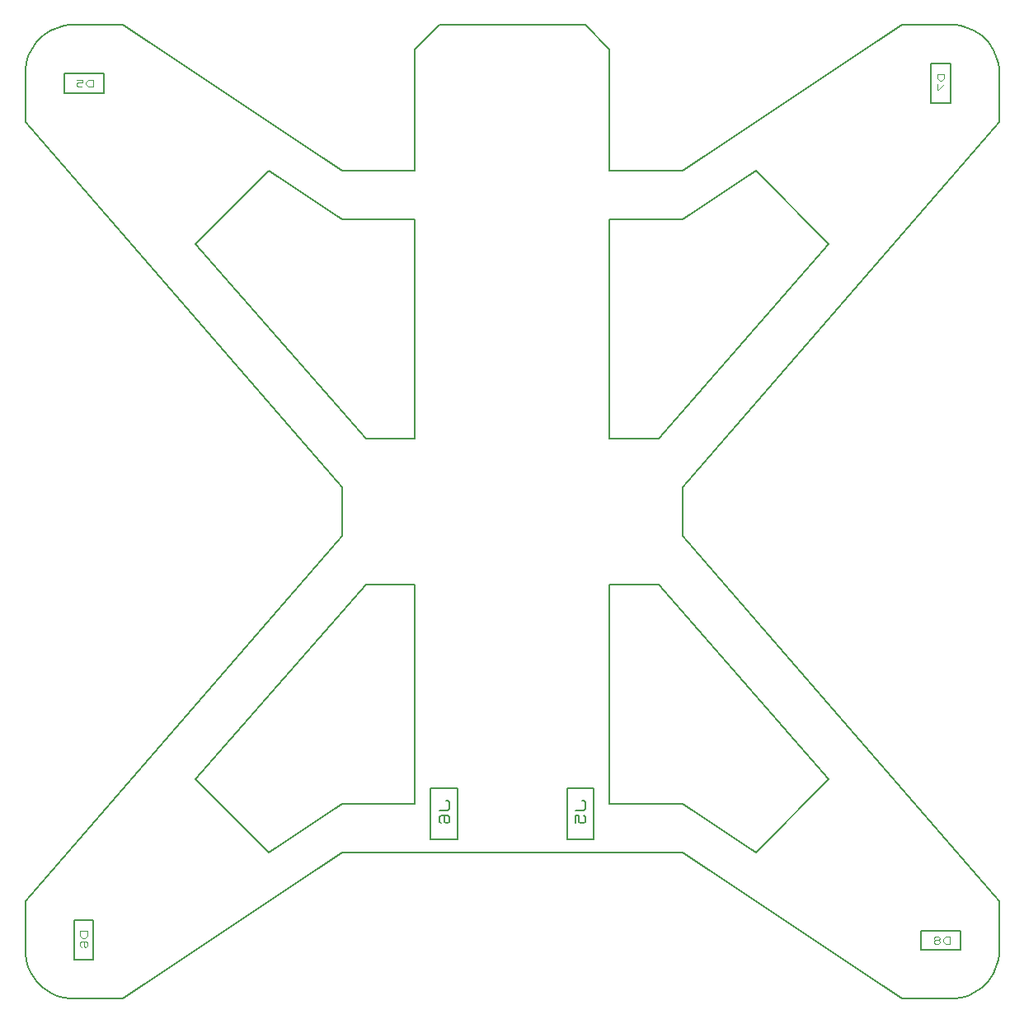
<source format=gbr>
G04 PROTEUS RS274X GERBER FILE*
%FSLAX45Y45*%
%MOMM*%
G01*
%ADD73C,0.203200*%
%ADD75C,0.118870*%
%ADD65C,0.164590*%
D73*
X-4499060Y-4604450D02*
X-4300940Y-4604450D01*
X-4300940Y-4195550D01*
X-4499060Y-4195550D01*
X-4499060Y-4604450D01*
D75*
X-4364338Y-4304903D02*
X-4435661Y-4304903D01*
X-4435661Y-4352451D01*
X-4411887Y-4376225D01*
X-4388112Y-4376225D01*
X-4364338Y-4352451D01*
X-4364338Y-4304903D01*
X-4423774Y-4471322D02*
X-4435661Y-4459435D01*
X-4435661Y-4423774D01*
X-4423774Y-4411887D01*
X-4376225Y-4411887D01*
X-4364338Y-4423774D01*
X-4364338Y-4459435D01*
X-4376225Y-4471322D01*
X-4388112Y-4471322D01*
X-4400000Y-4459435D01*
X-4400000Y-4411887D01*
D73*
X+4195550Y-4499060D02*
X+4604450Y-4499060D01*
X+4604450Y-4300940D01*
X+4195550Y-4300940D01*
X+4195550Y-4499060D01*
D75*
X+4495097Y-4435662D02*
X+4495097Y-4364339D01*
X+4447549Y-4364339D01*
X+4423775Y-4388113D01*
X+4423775Y-4411888D01*
X+4447549Y-4435662D01*
X+4495097Y-4435662D01*
X+4376226Y-4400000D02*
X+4388113Y-4388113D01*
X+4388113Y-4376226D01*
X+4376226Y-4364339D01*
X+4340565Y-4364339D01*
X+4328678Y-4376226D01*
X+4328678Y-4388113D01*
X+4340565Y-4400000D01*
X+4376226Y-4400000D01*
X+4388113Y-4411888D01*
X+4388113Y-4423775D01*
X+4376226Y-4435662D01*
X+4340565Y-4435662D01*
X+4328678Y-4423775D01*
X+4328678Y-4411888D01*
X+4340565Y-4400000D01*
D73*
X+4300940Y+4195550D02*
X+4499060Y+4195550D01*
X+4499060Y+4604450D01*
X+4300940Y+4604450D01*
X+4300940Y+4195550D01*
D75*
X+4435662Y+4495097D02*
X+4364339Y+4495097D01*
X+4364339Y+4447549D01*
X+4388113Y+4423775D01*
X+4411888Y+4423775D01*
X+4435662Y+4447549D01*
X+4435662Y+4495097D01*
X+4364339Y+4388113D02*
X+4364339Y+4328678D01*
X+4376226Y+4328678D01*
X+4435662Y+4388113D01*
D73*
X-4604450Y+4300940D02*
X-4195550Y+4300940D01*
X-4195550Y+4499060D01*
X-4604450Y+4499060D01*
X-4604450Y+4300940D01*
D75*
X-4304903Y+4364338D02*
X-4304903Y+4435661D01*
X-4352451Y+4435661D01*
X-4376225Y+4411887D01*
X-4376225Y+4388112D01*
X-4352451Y+4364338D01*
X-4304903Y+4364338D01*
X-4471322Y+4435661D02*
X-4411887Y+4435661D01*
X-4411887Y+4411887D01*
X-4459435Y+4411887D01*
X-4471322Y+4400000D01*
X-4471322Y+4376225D01*
X-4459435Y+4364338D01*
X-4423774Y+4364338D01*
X-4411887Y+4376225D01*
D73*
X-4000000Y-5000000D02*
X-4500000Y-5000000D01*
X-4551964Y-4997475D01*
X-4602234Y-4990051D01*
X-4650581Y-4977959D01*
X-4696777Y-4961426D01*
X-4740593Y-4940681D01*
X-4781799Y-4915955D01*
X-4820168Y-4887474D01*
X-4855469Y-4855469D01*
X-4887474Y-4820168D01*
X-4915955Y-4781799D01*
X-4940682Y-4740593D01*
X-4961426Y-4696777D01*
X-4977959Y-4650581D01*
X-4990051Y-4602234D01*
X-4997475Y-4551964D01*
X-5000000Y-4500000D01*
X-5000000Y-4000000D01*
X-1750000Y-250000D01*
X-1750000Y+250000D01*
X-5000000Y+4000000D01*
X-5000000Y+4500000D01*
X-4997475Y+4551964D01*
X-4990051Y+4602234D01*
X-4977959Y+4650581D01*
X-4961426Y+4696777D01*
X-4940682Y+4740593D01*
X-4915955Y+4781799D01*
X-4887474Y+4820168D01*
X-4855469Y+4855469D01*
X-4820168Y+4887474D01*
X-4781799Y+4915955D01*
X-4740593Y+4940681D01*
X-4696777Y+4961426D01*
X-4650581Y+4977959D01*
X-4602234Y+4990051D01*
X-4551964Y+4997475D01*
X-4500000Y+5000000D01*
X-4000000Y+5000000D01*
X-1750000Y+3500000D01*
X-1000000Y+3500000D01*
X-1000000Y+4750000D01*
X-750000Y+5000000D01*
X+750000Y+5000000D01*
X+1000000Y+4750000D01*
X+1000000Y+3500000D01*
X+1750000Y+3500000D01*
X+4000000Y+5000000D01*
X+4500000Y+5000000D01*
X+4551964Y+4997475D01*
X+4602234Y+4990051D01*
X+4650581Y+4977959D01*
X+4696777Y+4961426D01*
X+4740593Y+4940681D01*
X+4781799Y+4915955D01*
X+4820168Y+4887474D01*
X+4855469Y+4855469D01*
X+4887474Y+4820168D01*
X+4915955Y+4781799D01*
X+4940682Y+4740593D01*
X+4961426Y+4696777D01*
X+4977959Y+4650581D01*
X+4990051Y+4602234D01*
X+4997475Y+4551964D01*
X+5000000Y+4500000D01*
X+5000000Y+4000000D01*
X+1750000Y+250000D01*
X+1750000Y-250000D01*
X+5000000Y-4000000D01*
X+5000000Y-4500000D01*
X+4997475Y-4551964D01*
X+4990051Y-4602234D01*
X+4977959Y-4650581D01*
X+4961426Y-4696777D01*
X+4940682Y-4740593D01*
X+4915955Y-4781799D01*
X+4887474Y-4820168D01*
X+4855469Y-4855469D01*
X+4820168Y-4887474D01*
X+4781799Y-4915955D01*
X+4740593Y-4940681D01*
X+4696777Y-4961426D01*
X+4650581Y-4977959D01*
X+4602234Y-4990051D01*
X+4551964Y-4997475D01*
X+4500000Y-5000000D01*
X+4000000Y-5000000D01*
X+1750000Y-3500000D01*
X-1750000Y-3500000D01*
X-4000000Y-5000000D01*
X+562840Y-3364160D02*
X+837160Y-3364160D01*
X+837160Y-2835840D01*
X+562840Y-2835840D01*
X+562840Y-3364160D01*
D65*
X+716460Y-2968327D02*
X+732919Y-2968327D01*
X+749378Y-2984786D01*
X+749378Y-3050622D01*
X+732919Y-3067081D01*
X+650623Y-3067081D01*
X+650623Y-3198754D02*
X+650623Y-3116459D01*
X+683541Y-3116459D01*
X+683541Y-3182295D01*
X+700000Y-3198754D01*
X+732919Y-3198754D01*
X+749378Y-3182295D01*
X+749378Y-3132918D01*
X+732919Y-3116459D01*
D73*
X-837160Y-3364160D02*
X-562840Y-3364160D01*
X-562840Y-2835840D01*
X-837160Y-2835840D01*
X-837160Y-3364160D01*
D65*
X-683540Y-2968327D02*
X-667081Y-2968327D01*
X-650622Y-2984786D01*
X-650622Y-3050622D01*
X-667081Y-3067081D01*
X-749377Y-3067081D01*
X-732918Y-3198754D02*
X-749377Y-3182295D01*
X-749377Y-3132918D01*
X-732918Y-3116459D01*
X-667081Y-3116459D01*
X-650622Y-3132918D01*
X-650622Y-3182295D01*
X-667081Y-3198754D01*
X-683540Y-3198754D01*
X-700000Y-3182295D01*
X-700000Y-3116459D01*
D73*
X-3250000Y-2750000D02*
X-2500000Y-3500000D01*
X-1750000Y-3000000D01*
X-1000000Y-3000000D01*
X-1000000Y-750000D01*
X-1500000Y-750000D01*
X-3250000Y-2750000D01*
X+3250000Y-2750000D02*
X+2500000Y-3500000D01*
X+1750000Y-3000000D01*
X+1000000Y-3000000D01*
X+1000000Y-750000D01*
X+1500000Y-750000D01*
X+3250000Y-2750000D01*
X+3250000Y+2750000D02*
X+2500000Y+3500000D01*
X+1750000Y+3000000D01*
X+1000000Y+3000000D01*
X+1000000Y+750000D01*
X+1500000Y+750000D01*
X+3250000Y+2750000D01*
X-3250000Y+2750000D02*
X-2500000Y+3500000D01*
X-1750000Y+3000000D01*
X-1000000Y+3000000D01*
X-1000000Y+750000D01*
X-1500000Y+750000D01*
X-3250000Y+2750000D01*
M02*

</source>
